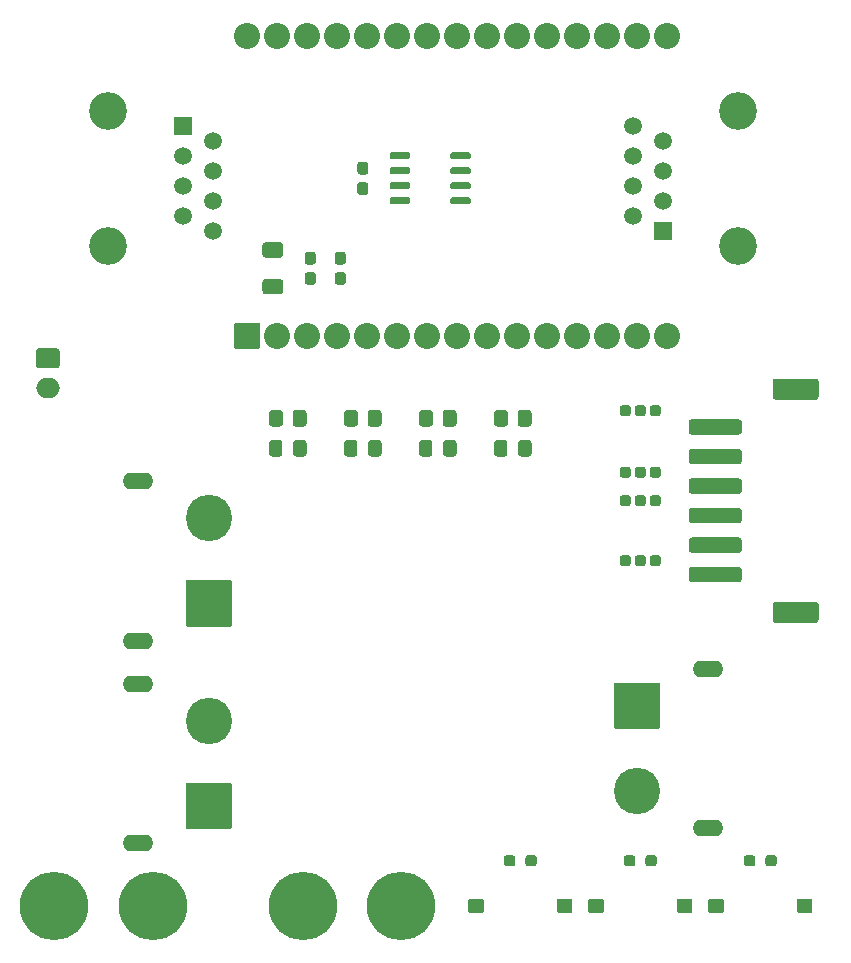
<source format=gts>
G04 #@! TF.GenerationSoftware,KiCad,Pcbnew,(5.1.9)-1*
G04 #@! TF.CreationDate,2024-04-03T19:01:00-04:00*
G04 #@! TF.ProjectId,Shield Drive Moteur DC,53686965-6c64-4204-9472-697665204d6f,rev?*
G04 #@! TF.SameCoordinates,Original*
G04 #@! TF.FileFunction,Soldermask,Top*
G04 #@! TF.FilePolarity,Negative*
%FSLAX46Y46*%
G04 Gerber Fmt 4.6, Leading zero omitted, Abs format (unit mm)*
G04 Created by KiCad (PCBNEW (5.1.9)-1) date 2024-04-03 19:01:00*
%MOMM*%
%LPD*%
G01*
G04 APERTURE LIST*
%ADD10C,2.204000*%
%ADD11C,3.920000*%
%ADD12O,2.604000X1.404000*%
%ADD13O,2.000000X1.700000*%
%ADD14C,5.794000*%
%ADD15C,1.500000*%
%ADD16R,1.500000X1.500000*%
%ADD17C,3.200000*%
G04 APERTURE END LIST*
G36*
G01*
X173445000Y-86192000D02*
X171445000Y-86192000D01*
G75*
G02*
X171343000Y-86090000I0J102000D01*
G01*
X171343000Y-84090000D01*
G75*
G02*
X171445000Y-83988000I102000J0D01*
G01*
X173445000Y-83988000D01*
G75*
G02*
X173547000Y-84090000I0J-102000D01*
G01*
X173547000Y-86090000D01*
G75*
G02*
X173445000Y-86192000I-102000J0D01*
G01*
G37*
D10*
X174985000Y-85090000D03*
X177525000Y-85090000D03*
X180065000Y-85090000D03*
X182605000Y-85090000D03*
X185145000Y-85090000D03*
X187685000Y-85090000D03*
X190225000Y-85090000D03*
X192765000Y-85090000D03*
X195305000Y-85090000D03*
X197845000Y-85090000D03*
X200385000Y-85090000D03*
X202925000Y-85090000D03*
X205465000Y-85090000D03*
X208005000Y-85090000D03*
X172445000Y-59690000D03*
X174985000Y-59690000D03*
X177525000Y-59690000D03*
X180065000Y-59690000D03*
X182605000Y-59690000D03*
X185145000Y-59690000D03*
X187685000Y-59690000D03*
X190225000Y-59690000D03*
X192765000Y-59690000D03*
X195305000Y-59690000D03*
X197845000Y-59690000D03*
X200385000Y-59690000D03*
X202925000Y-59690000D03*
X205465000Y-59690000D03*
X208005000Y-59690000D03*
G36*
G01*
X220302000Y-132850000D02*
X220302000Y-133850000D01*
G75*
G02*
X220200000Y-133952000I-102000J0D01*
G01*
X219100000Y-133952000D01*
G75*
G02*
X218998000Y-133850000I0J102000D01*
G01*
X218998000Y-132850000D01*
G75*
G02*
X219100000Y-132748000I102000J0D01*
G01*
X220200000Y-132748000D01*
G75*
G02*
X220302000Y-132850000I0J-102000D01*
G01*
G37*
G36*
G01*
X212802000Y-132850000D02*
X212802000Y-133850000D01*
G75*
G02*
X212700000Y-133952000I-102000J0D01*
G01*
X211600000Y-133952000D01*
G75*
G02*
X211498000Y-133850000I0J102000D01*
G01*
X211498000Y-132850000D01*
G75*
G02*
X211600000Y-132748000I102000J0D01*
G01*
X212700000Y-132748000D01*
G75*
G02*
X212802000Y-132850000I0J-102000D01*
G01*
G37*
G36*
G01*
X210142000Y-132850000D02*
X210142000Y-133850000D01*
G75*
G02*
X210040000Y-133952000I-102000J0D01*
G01*
X208940000Y-133952000D01*
G75*
G02*
X208838000Y-133850000I0J102000D01*
G01*
X208838000Y-132850000D01*
G75*
G02*
X208940000Y-132748000I102000J0D01*
G01*
X210040000Y-132748000D01*
G75*
G02*
X210142000Y-132850000I0J-102000D01*
G01*
G37*
G36*
G01*
X202642000Y-132850000D02*
X202642000Y-133850000D01*
G75*
G02*
X202540000Y-133952000I-102000J0D01*
G01*
X201440000Y-133952000D01*
G75*
G02*
X201338000Y-133850000I0J102000D01*
G01*
X201338000Y-132850000D01*
G75*
G02*
X201440000Y-132748000I102000J0D01*
G01*
X202540000Y-132748000D01*
G75*
G02*
X202642000Y-132850000I0J-102000D01*
G01*
G37*
G36*
G01*
X199982000Y-132850000D02*
X199982000Y-133850000D01*
G75*
G02*
X199880000Y-133952000I-102000J0D01*
G01*
X198780000Y-133952000D01*
G75*
G02*
X198678000Y-133850000I0J102000D01*
G01*
X198678000Y-132850000D01*
G75*
G02*
X198780000Y-132748000I102000J0D01*
G01*
X199880000Y-132748000D01*
G75*
G02*
X199982000Y-132850000I0J-102000D01*
G01*
G37*
G36*
G01*
X192482000Y-132850000D02*
X192482000Y-133850000D01*
G75*
G02*
X192380000Y-133952000I-102000J0D01*
G01*
X191280000Y-133952000D01*
G75*
G02*
X191178000Y-133850000I0J102000D01*
G01*
X191178000Y-132850000D01*
G75*
G02*
X191280000Y-132748000I102000J0D01*
G01*
X192380000Y-132748000D01*
G75*
G02*
X192482000Y-132850000I0J-102000D01*
G01*
G37*
G36*
G01*
X204000100Y-91674950D02*
X204000100Y-91205050D01*
G75*
G02*
X204235050Y-90970100I234950J0D01*
G01*
X204704950Y-90970100D01*
G75*
G02*
X204939900Y-91205050I0J-234950D01*
G01*
X204939900Y-91674950D01*
G75*
G02*
X204704950Y-91909900I-234950J0D01*
G01*
X204235050Y-91909900D01*
G75*
G02*
X204000100Y-91674950I0J234950D01*
G01*
G37*
G36*
G01*
X206540100Y-91674950D02*
X206540100Y-91205050D01*
G75*
G02*
X206775050Y-90970100I234950J0D01*
G01*
X207244950Y-90970100D01*
G75*
G02*
X207479900Y-91205050I0J-234950D01*
G01*
X207479900Y-91674950D01*
G75*
G02*
X207244950Y-91909900I-234950J0D01*
G01*
X206775050Y-91909900D01*
G75*
G02*
X206540100Y-91674950I0J234950D01*
G01*
G37*
G36*
G01*
X205270100Y-91674950D02*
X205270100Y-91205050D01*
G75*
G02*
X205505050Y-90970100I234950J0D01*
G01*
X205974950Y-90970100D01*
G75*
G02*
X206209900Y-91205050I0J-234950D01*
G01*
X206209900Y-91674950D01*
G75*
G02*
X205974950Y-91909900I-234950J0D01*
G01*
X205505050Y-91909900D01*
G75*
G02*
X205270100Y-91674950I0J234950D01*
G01*
G37*
G36*
G01*
X204000100Y-96881950D02*
X204000100Y-96412050D01*
G75*
G02*
X204235050Y-96177100I234950J0D01*
G01*
X204704950Y-96177100D01*
G75*
G02*
X204939900Y-96412050I0J-234950D01*
G01*
X204939900Y-96881950D01*
G75*
G02*
X204704950Y-97116900I-234950J0D01*
G01*
X204235050Y-97116900D01*
G75*
G02*
X204000100Y-96881950I0J234950D01*
G01*
G37*
G36*
G01*
X206540100Y-96881950D02*
X206540100Y-96412050D01*
G75*
G02*
X206775050Y-96177100I234950J0D01*
G01*
X207244950Y-96177100D01*
G75*
G02*
X207479900Y-96412050I0J-234950D01*
G01*
X207479900Y-96881950D01*
G75*
G02*
X207244950Y-97116900I-234950J0D01*
G01*
X206775050Y-97116900D01*
G75*
G02*
X206540100Y-96881950I0J234950D01*
G01*
G37*
G36*
G01*
X205270100Y-96881950D02*
X205270100Y-96412050D01*
G75*
G02*
X205505050Y-96177100I234950J0D01*
G01*
X205974950Y-96177100D01*
G75*
G02*
X206209900Y-96412050I0J-234950D01*
G01*
X206209900Y-96881950D01*
G75*
G02*
X205974950Y-97116900I-234950J0D01*
G01*
X205505050Y-97116900D01*
G75*
G02*
X205270100Y-96881950I0J234950D01*
G01*
G37*
G36*
G01*
X204000100Y-99294950D02*
X204000100Y-98825050D01*
G75*
G02*
X204235050Y-98590100I234950J0D01*
G01*
X204704950Y-98590100D01*
G75*
G02*
X204939900Y-98825050I0J-234950D01*
G01*
X204939900Y-99294950D01*
G75*
G02*
X204704950Y-99529900I-234950J0D01*
G01*
X204235050Y-99529900D01*
G75*
G02*
X204000100Y-99294950I0J234950D01*
G01*
G37*
G36*
G01*
X206540100Y-99294950D02*
X206540100Y-98825050D01*
G75*
G02*
X206775050Y-98590100I234950J0D01*
G01*
X207244950Y-98590100D01*
G75*
G02*
X207479900Y-98825050I0J-234950D01*
G01*
X207479900Y-99294950D01*
G75*
G02*
X207244950Y-99529900I-234950J0D01*
G01*
X206775050Y-99529900D01*
G75*
G02*
X206540100Y-99294950I0J234950D01*
G01*
G37*
G36*
G01*
X205270100Y-99294950D02*
X205270100Y-98825050D01*
G75*
G02*
X205505050Y-98590100I234950J0D01*
G01*
X205974950Y-98590100D01*
G75*
G02*
X206209900Y-98825050I0J-234950D01*
G01*
X206209900Y-99294950D01*
G75*
G02*
X205974950Y-99529900I-234950J0D01*
G01*
X205505050Y-99529900D01*
G75*
G02*
X205270100Y-99294950I0J234950D01*
G01*
G37*
G36*
G01*
X204000100Y-104374950D02*
X204000100Y-103905050D01*
G75*
G02*
X204235050Y-103670100I234950J0D01*
G01*
X204704950Y-103670100D01*
G75*
G02*
X204939900Y-103905050I0J-234950D01*
G01*
X204939900Y-104374950D01*
G75*
G02*
X204704950Y-104609900I-234950J0D01*
G01*
X204235050Y-104609900D01*
G75*
G02*
X204000100Y-104374950I0J234950D01*
G01*
G37*
G36*
G01*
X206540100Y-104374950D02*
X206540100Y-103905050D01*
G75*
G02*
X206775050Y-103670100I234950J0D01*
G01*
X207244950Y-103670100D01*
G75*
G02*
X207479900Y-103905050I0J-234950D01*
G01*
X207479900Y-104374950D01*
G75*
G02*
X207244950Y-104609900I-234950J0D01*
G01*
X206775050Y-104609900D01*
G75*
G02*
X206540100Y-104374950I0J234950D01*
G01*
G37*
G36*
G01*
X205270100Y-104374950D02*
X205270100Y-103905050D01*
G75*
G02*
X205505050Y-103670100I234950J0D01*
G01*
X205974950Y-103670100D01*
G75*
G02*
X206209900Y-103905050I0J-234950D01*
G01*
X206209900Y-104374950D01*
G75*
G02*
X205974950Y-104609900I-234950J0D01*
G01*
X205505050Y-104609900D01*
G75*
G02*
X205270100Y-104374950I0J234950D01*
G01*
G37*
D11*
X205455000Y-123615000D03*
G36*
G01*
X207313000Y-118375000D02*
X203597000Y-118375000D01*
G75*
G02*
X203495000Y-118273000I0J102000D01*
G01*
X203495000Y-114557000D01*
G75*
G02*
X203597000Y-114455000I102000J0D01*
G01*
X207313000Y-114455000D01*
G75*
G02*
X207415000Y-114557000I0J-102000D01*
G01*
X207415000Y-118273000D01*
G75*
G02*
X207313000Y-118375000I-102000J0D01*
G01*
G37*
D12*
X211455000Y-126765000D03*
X211455000Y-113265000D03*
D11*
X169195000Y-117685000D03*
G36*
G01*
X167337000Y-122925000D02*
X171053000Y-122925000D01*
G75*
G02*
X171155000Y-123027000I0J-102000D01*
G01*
X171155000Y-126743000D01*
G75*
G02*
X171053000Y-126845000I-102000J0D01*
G01*
X167337000Y-126845000D01*
G75*
G02*
X167235000Y-126743000I0J102000D01*
G01*
X167235000Y-123027000D01*
G75*
G02*
X167337000Y-122925000I102000J0D01*
G01*
G37*
D12*
X163195000Y-114535000D03*
X163195000Y-128035000D03*
D11*
X169195000Y-100540000D03*
G36*
G01*
X167337000Y-105780000D02*
X171053000Y-105780000D01*
G75*
G02*
X171155000Y-105882000I0J-102000D01*
G01*
X171155000Y-109598000D01*
G75*
G02*
X171053000Y-109700000I-102000J0D01*
G01*
X167337000Y-109700000D01*
G75*
G02*
X167235000Y-109598000I0J102000D01*
G01*
X167235000Y-105882000D01*
G75*
G02*
X167337000Y-105780000I102000J0D01*
G01*
G37*
D12*
X163195000Y-97390000D03*
X163195000Y-110890000D03*
D13*
X155575000Y-89495000D03*
G36*
G01*
X154825000Y-86145000D02*
X156325000Y-86145000D01*
G75*
G02*
X156575000Y-86395000I0J-250000D01*
G01*
X156575000Y-87595000D01*
G75*
G02*
X156325000Y-87845000I-250000J0D01*
G01*
X154825000Y-87845000D01*
G75*
G02*
X154575000Y-87595000I0J250000D01*
G01*
X154575000Y-86395000D01*
G75*
G02*
X154825000Y-86145000I250000J0D01*
G01*
G37*
G36*
G01*
X214090400Y-93460000D02*
X210089600Y-93460000D01*
G75*
G02*
X209840000Y-93210400I0J249600D01*
G01*
X209840000Y-92409600D01*
G75*
G02*
X210089600Y-92160000I249600J0D01*
G01*
X214090400Y-92160000D01*
G75*
G02*
X214340000Y-92409600I0J-249600D01*
G01*
X214340000Y-93210400D01*
G75*
G02*
X214090400Y-93460000I-249600J0D01*
G01*
G37*
G36*
G01*
X220589800Y-90510000D02*
X217190200Y-90510000D01*
G75*
G02*
X216940000Y-90259800I0J250200D01*
G01*
X216940000Y-88960200D01*
G75*
G02*
X217190200Y-88710000I250200J0D01*
G01*
X220589800Y-88710000D01*
G75*
G02*
X220840000Y-88960200I0J-250200D01*
G01*
X220840000Y-90259800D01*
G75*
G02*
X220589800Y-90510000I-250200J0D01*
G01*
G37*
G36*
G01*
X220589800Y-109410000D02*
X217190200Y-109410000D01*
G75*
G02*
X216940000Y-109159800I0J250200D01*
G01*
X216940000Y-107860200D01*
G75*
G02*
X217190200Y-107610000I250200J0D01*
G01*
X220589800Y-107610000D01*
G75*
G02*
X220840000Y-107860200I0J-250200D01*
G01*
X220840000Y-109159800D01*
G75*
G02*
X220589800Y-109410000I-250200J0D01*
G01*
G37*
G36*
G01*
X214090400Y-95960000D02*
X210089600Y-95960000D01*
G75*
G02*
X209840000Y-95710400I0J249600D01*
G01*
X209840000Y-94909600D01*
G75*
G02*
X210089600Y-94660000I249600J0D01*
G01*
X214090400Y-94660000D01*
G75*
G02*
X214340000Y-94909600I0J-249600D01*
G01*
X214340000Y-95710400D01*
G75*
G02*
X214090400Y-95960000I-249600J0D01*
G01*
G37*
G36*
G01*
X214090400Y-98460000D02*
X210089600Y-98460000D01*
G75*
G02*
X209840000Y-98210400I0J249600D01*
G01*
X209840000Y-97409600D01*
G75*
G02*
X210089600Y-97160000I249600J0D01*
G01*
X214090400Y-97160000D01*
G75*
G02*
X214340000Y-97409600I0J-249600D01*
G01*
X214340000Y-98210400D01*
G75*
G02*
X214090400Y-98460000I-249600J0D01*
G01*
G37*
G36*
G01*
X214090400Y-100960000D02*
X210089600Y-100960000D01*
G75*
G02*
X209840000Y-100710400I0J249600D01*
G01*
X209840000Y-99909600D01*
G75*
G02*
X210089600Y-99660000I249600J0D01*
G01*
X214090400Y-99660000D01*
G75*
G02*
X214340000Y-99909600I0J-249600D01*
G01*
X214340000Y-100710400D01*
G75*
G02*
X214090400Y-100960000I-249600J0D01*
G01*
G37*
G36*
G01*
X214090400Y-103460000D02*
X210089600Y-103460000D01*
G75*
G02*
X209840000Y-103210400I0J249600D01*
G01*
X209840000Y-102409600D01*
G75*
G02*
X210089600Y-102160000I249600J0D01*
G01*
X214090400Y-102160000D01*
G75*
G02*
X214340000Y-102409600I0J-249600D01*
G01*
X214340000Y-103210400D01*
G75*
G02*
X214090400Y-103460000I-249600J0D01*
G01*
G37*
G36*
G01*
X214090400Y-105960000D02*
X210089600Y-105960000D01*
G75*
G02*
X209840000Y-105710400I0J249600D01*
G01*
X209840000Y-104909600D01*
G75*
G02*
X210089600Y-104660000I249600J0D01*
G01*
X214090400Y-104660000D01*
G75*
G02*
X214340000Y-104909600I0J-249600D01*
G01*
X214340000Y-105710400D01*
G75*
G02*
X214090400Y-105960000I-249600J0D01*
G01*
G37*
G36*
G01*
X215475000Y-129302500D02*
X215475000Y-129777500D01*
G75*
G02*
X215237500Y-130015000I-237500J0D01*
G01*
X214737500Y-130015000D01*
G75*
G02*
X214500000Y-129777500I0J237500D01*
G01*
X214500000Y-129302500D01*
G75*
G02*
X214737500Y-129065000I237500J0D01*
G01*
X215237500Y-129065000D01*
G75*
G02*
X215475000Y-129302500I0J-237500D01*
G01*
G37*
G36*
G01*
X217300000Y-129302500D02*
X217300000Y-129777500D01*
G75*
G02*
X217062500Y-130015000I-237500J0D01*
G01*
X216562500Y-130015000D01*
G75*
G02*
X216325000Y-129777500I0J237500D01*
G01*
X216325000Y-129302500D01*
G75*
G02*
X216562500Y-129065000I237500J0D01*
G01*
X217062500Y-129065000D01*
G75*
G02*
X217300000Y-129302500I0J-237500D01*
G01*
G37*
G36*
G01*
X183845000Y-94164999D02*
X183845000Y-95065001D01*
G75*
G02*
X183595001Y-95315000I-249999J0D01*
G01*
X182944999Y-95315000D01*
G75*
G02*
X182695000Y-95065001I0J249999D01*
G01*
X182695000Y-94164999D01*
G75*
G02*
X182944999Y-93915000I249999J0D01*
G01*
X183595001Y-93915000D01*
G75*
G02*
X183845000Y-94164999I0J-249999D01*
G01*
G37*
G36*
G01*
X181795000Y-94164999D02*
X181795000Y-95065001D01*
G75*
G02*
X181545001Y-95315000I-249999J0D01*
G01*
X180894999Y-95315000D01*
G75*
G02*
X180645000Y-95065001I0J249999D01*
G01*
X180645000Y-94164999D01*
G75*
G02*
X180894999Y-93915000I249999J0D01*
G01*
X181545001Y-93915000D01*
G75*
G02*
X181795000Y-94164999I0J-249999D01*
G01*
G37*
G36*
G01*
X190195000Y-94164999D02*
X190195000Y-95065001D01*
G75*
G02*
X189945001Y-95315000I-249999J0D01*
G01*
X189294999Y-95315000D01*
G75*
G02*
X189045000Y-95065001I0J249999D01*
G01*
X189045000Y-94164999D01*
G75*
G02*
X189294999Y-93915000I249999J0D01*
G01*
X189945001Y-93915000D01*
G75*
G02*
X190195000Y-94164999I0J-249999D01*
G01*
G37*
G36*
G01*
X188145000Y-94164999D02*
X188145000Y-95065001D01*
G75*
G02*
X187895001Y-95315000I-249999J0D01*
G01*
X187244999Y-95315000D01*
G75*
G02*
X186995000Y-95065001I0J249999D01*
G01*
X186995000Y-94164999D01*
G75*
G02*
X187244999Y-93915000I249999J0D01*
G01*
X187895001Y-93915000D01*
G75*
G02*
X188145000Y-94164999I0J-249999D01*
G01*
G37*
G36*
G01*
X196545000Y-94164999D02*
X196545000Y-95065001D01*
G75*
G02*
X196295001Y-95315000I-249999J0D01*
G01*
X195644999Y-95315000D01*
G75*
G02*
X195395000Y-95065001I0J249999D01*
G01*
X195395000Y-94164999D01*
G75*
G02*
X195644999Y-93915000I249999J0D01*
G01*
X196295001Y-93915000D01*
G75*
G02*
X196545000Y-94164999I0J-249999D01*
G01*
G37*
G36*
G01*
X194495000Y-94164999D02*
X194495000Y-95065001D01*
G75*
G02*
X194245001Y-95315000I-249999J0D01*
G01*
X193594999Y-95315000D01*
G75*
G02*
X193345000Y-95065001I0J249999D01*
G01*
X193345000Y-94164999D01*
G75*
G02*
X193594999Y-93915000I249999J0D01*
G01*
X194245001Y-93915000D01*
G75*
G02*
X194495000Y-94164999I0J-249999D01*
G01*
G37*
G36*
G01*
X175445000Y-94164999D02*
X175445000Y-95065001D01*
G75*
G02*
X175195001Y-95315000I-249999J0D01*
G01*
X174544999Y-95315000D01*
G75*
G02*
X174295000Y-95065001I0J249999D01*
G01*
X174295000Y-94164999D01*
G75*
G02*
X174544999Y-93915000I249999J0D01*
G01*
X175195001Y-93915000D01*
G75*
G02*
X175445000Y-94164999I0J-249999D01*
G01*
G37*
G36*
G01*
X177495000Y-94164999D02*
X177495000Y-95065001D01*
G75*
G02*
X177245001Y-95315000I-249999J0D01*
G01*
X176594999Y-95315000D01*
G75*
G02*
X176345000Y-95065001I0J249999D01*
G01*
X176345000Y-94164999D01*
G75*
G02*
X176594999Y-93915000I249999J0D01*
G01*
X177245001Y-93915000D01*
G75*
G02*
X177495000Y-94164999I0J-249999D01*
G01*
G37*
G36*
G01*
X189660000Y-70000000D02*
X189660000Y-69700000D01*
G75*
G02*
X189810000Y-69550000I150000J0D01*
G01*
X191260000Y-69550000D01*
G75*
G02*
X191410000Y-69700000I0J-150000D01*
G01*
X191410000Y-70000000D01*
G75*
G02*
X191260000Y-70150000I-150000J0D01*
G01*
X189810000Y-70150000D01*
G75*
G02*
X189660000Y-70000000I0J150000D01*
G01*
G37*
G36*
G01*
X189660000Y-71270000D02*
X189660000Y-70970000D01*
G75*
G02*
X189810000Y-70820000I150000J0D01*
G01*
X191260000Y-70820000D01*
G75*
G02*
X191410000Y-70970000I0J-150000D01*
G01*
X191410000Y-71270000D01*
G75*
G02*
X191260000Y-71420000I-150000J0D01*
G01*
X189810000Y-71420000D01*
G75*
G02*
X189660000Y-71270000I0J150000D01*
G01*
G37*
G36*
G01*
X189660000Y-72540000D02*
X189660000Y-72240000D01*
G75*
G02*
X189810000Y-72090000I150000J0D01*
G01*
X191260000Y-72090000D01*
G75*
G02*
X191410000Y-72240000I0J-150000D01*
G01*
X191410000Y-72540000D01*
G75*
G02*
X191260000Y-72690000I-150000J0D01*
G01*
X189810000Y-72690000D01*
G75*
G02*
X189660000Y-72540000I0J150000D01*
G01*
G37*
G36*
G01*
X189660000Y-73810000D02*
X189660000Y-73510000D01*
G75*
G02*
X189810000Y-73360000I150000J0D01*
G01*
X191260000Y-73360000D01*
G75*
G02*
X191410000Y-73510000I0J-150000D01*
G01*
X191410000Y-73810000D01*
G75*
G02*
X191260000Y-73960000I-150000J0D01*
G01*
X189810000Y-73960000D01*
G75*
G02*
X189660000Y-73810000I0J150000D01*
G01*
G37*
G36*
G01*
X184510000Y-73810000D02*
X184510000Y-73510000D01*
G75*
G02*
X184660000Y-73360000I150000J0D01*
G01*
X186110000Y-73360000D01*
G75*
G02*
X186260000Y-73510000I0J-150000D01*
G01*
X186260000Y-73810000D01*
G75*
G02*
X186110000Y-73960000I-150000J0D01*
G01*
X184660000Y-73960000D01*
G75*
G02*
X184510000Y-73810000I0J150000D01*
G01*
G37*
G36*
G01*
X184510000Y-72540000D02*
X184510000Y-72240000D01*
G75*
G02*
X184660000Y-72090000I150000J0D01*
G01*
X186110000Y-72090000D01*
G75*
G02*
X186260000Y-72240000I0J-150000D01*
G01*
X186260000Y-72540000D01*
G75*
G02*
X186110000Y-72690000I-150000J0D01*
G01*
X184660000Y-72690000D01*
G75*
G02*
X184510000Y-72540000I0J150000D01*
G01*
G37*
G36*
G01*
X184510000Y-71270000D02*
X184510000Y-70970000D01*
G75*
G02*
X184660000Y-70820000I150000J0D01*
G01*
X186110000Y-70820000D01*
G75*
G02*
X186260000Y-70970000I0J-150000D01*
G01*
X186260000Y-71270000D01*
G75*
G02*
X186110000Y-71420000I-150000J0D01*
G01*
X184660000Y-71420000D01*
G75*
G02*
X184510000Y-71270000I0J150000D01*
G01*
G37*
G36*
G01*
X184510000Y-70000000D02*
X184510000Y-69700000D01*
G75*
G02*
X184660000Y-69550000I150000J0D01*
G01*
X186110000Y-69550000D01*
G75*
G02*
X186260000Y-69700000I0J-150000D01*
G01*
X186260000Y-70000000D01*
G75*
G02*
X186110000Y-70150000I-150000J0D01*
G01*
X184660000Y-70150000D01*
G75*
G02*
X184510000Y-70000000I0J150000D01*
G01*
G37*
D14*
X185500000Y-133350000D03*
X177170000Y-133350000D03*
X164470000Y-133350000D03*
X156140000Y-133350000D03*
D15*
X205105000Y-67310000D03*
X207645000Y-68580000D03*
X205105000Y-69850000D03*
X207645000Y-71120000D03*
X205105000Y-72390000D03*
X207645000Y-73660000D03*
X205105000Y-74930000D03*
D16*
X207645000Y-76200000D03*
D17*
X213995000Y-77470000D03*
X213995000Y-66040000D03*
G36*
G01*
X173999999Y-80275000D02*
X175250001Y-80275000D01*
G75*
G02*
X175500000Y-80524999I0J-249999D01*
G01*
X175500000Y-81325001D01*
G75*
G02*
X175250001Y-81575000I-249999J0D01*
G01*
X173999999Y-81575000D01*
G75*
G02*
X173750000Y-81325001I0J249999D01*
G01*
X173750000Y-80524999D01*
G75*
G02*
X173999999Y-80275000I249999J0D01*
G01*
G37*
G36*
G01*
X173999999Y-77175000D02*
X175250001Y-77175000D01*
G75*
G02*
X175500000Y-77424999I0J-249999D01*
G01*
X175500000Y-78225001D01*
G75*
G02*
X175250001Y-78475000I-249999J0D01*
G01*
X173999999Y-78475000D01*
G75*
G02*
X173750000Y-78225001I0J249999D01*
G01*
X173750000Y-77424999D01*
G75*
G02*
X173999999Y-77175000I249999J0D01*
G01*
G37*
G36*
G01*
X205315000Y-129302500D02*
X205315000Y-129777500D01*
G75*
G02*
X205077500Y-130015000I-237500J0D01*
G01*
X204577500Y-130015000D01*
G75*
G02*
X204340000Y-129777500I0J237500D01*
G01*
X204340000Y-129302500D01*
G75*
G02*
X204577500Y-129065000I237500J0D01*
G01*
X205077500Y-129065000D01*
G75*
G02*
X205315000Y-129302500I0J-237500D01*
G01*
G37*
G36*
G01*
X207140000Y-129302500D02*
X207140000Y-129777500D01*
G75*
G02*
X206902500Y-130015000I-237500J0D01*
G01*
X206402500Y-130015000D01*
G75*
G02*
X206165000Y-129777500I0J237500D01*
G01*
X206165000Y-129302500D01*
G75*
G02*
X206402500Y-129065000I237500J0D01*
G01*
X206902500Y-129065000D01*
G75*
G02*
X207140000Y-129302500I0J-237500D01*
G01*
G37*
G36*
G01*
X182645000Y-92525001D02*
X182645000Y-91624999D01*
G75*
G02*
X182894999Y-91375000I249999J0D01*
G01*
X183595001Y-91375000D01*
G75*
G02*
X183845000Y-91624999I0J-249999D01*
G01*
X183845000Y-92525001D01*
G75*
G02*
X183595001Y-92775000I-249999J0D01*
G01*
X182894999Y-92775000D01*
G75*
G02*
X182645000Y-92525001I0J249999D01*
G01*
G37*
G36*
G01*
X180645000Y-92525001D02*
X180645000Y-91624999D01*
G75*
G02*
X180894999Y-91375000I249999J0D01*
G01*
X181595001Y-91375000D01*
G75*
G02*
X181845000Y-91624999I0J-249999D01*
G01*
X181845000Y-92525001D01*
G75*
G02*
X181595001Y-92775000I-249999J0D01*
G01*
X180894999Y-92775000D01*
G75*
G02*
X180645000Y-92525001I0J249999D01*
G01*
G37*
G36*
G01*
X195155000Y-129302500D02*
X195155000Y-129777500D01*
G75*
G02*
X194917500Y-130015000I-237500J0D01*
G01*
X194417500Y-130015000D01*
G75*
G02*
X194180000Y-129777500I0J237500D01*
G01*
X194180000Y-129302500D01*
G75*
G02*
X194417500Y-129065000I237500J0D01*
G01*
X194917500Y-129065000D01*
G75*
G02*
X195155000Y-129302500I0J-237500D01*
G01*
G37*
G36*
G01*
X196980000Y-129302500D02*
X196980000Y-129777500D01*
G75*
G02*
X196742500Y-130015000I-237500J0D01*
G01*
X196242500Y-130015000D01*
G75*
G02*
X196005000Y-129777500I0J237500D01*
G01*
X196005000Y-129302500D01*
G75*
G02*
X196242500Y-129065000I237500J0D01*
G01*
X196742500Y-129065000D01*
G75*
G02*
X196980000Y-129302500I0J-237500D01*
G01*
G37*
G36*
G01*
X188995000Y-92525001D02*
X188995000Y-91624999D01*
G75*
G02*
X189244999Y-91375000I249999J0D01*
G01*
X189945001Y-91375000D01*
G75*
G02*
X190195000Y-91624999I0J-249999D01*
G01*
X190195000Y-92525001D01*
G75*
G02*
X189945001Y-92775000I-249999J0D01*
G01*
X189244999Y-92775000D01*
G75*
G02*
X188995000Y-92525001I0J249999D01*
G01*
G37*
G36*
G01*
X186995000Y-92525001D02*
X186995000Y-91624999D01*
G75*
G02*
X187244999Y-91375000I249999J0D01*
G01*
X187945001Y-91375000D01*
G75*
G02*
X188195000Y-91624999I0J-249999D01*
G01*
X188195000Y-92525001D01*
G75*
G02*
X187945001Y-92775000I-249999J0D01*
G01*
X187244999Y-92775000D01*
G75*
G02*
X186995000Y-92525001I0J249999D01*
G01*
G37*
G36*
G01*
X195345000Y-92525001D02*
X195345000Y-91624999D01*
G75*
G02*
X195594999Y-91375000I249999J0D01*
G01*
X196295001Y-91375000D01*
G75*
G02*
X196545000Y-91624999I0J-249999D01*
G01*
X196545000Y-92525001D01*
G75*
G02*
X196295001Y-92775000I-249999J0D01*
G01*
X195594999Y-92775000D01*
G75*
G02*
X195345000Y-92525001I0J249999D01*
G01*
G37*
G36*
G01*
X193345000Y-92525001D02*
X193345000Y-91624999D01*
G75*
G02*
X193594999Y-91375000I249999J0D01*
G01*
X194295001Y-91375000D01*
G75*
G02*
X194545000Y-91624999I0J-249999D01*
G01*
X194545000Y-92525001D01*
G75*
G02*
X194295001Y-92775000I-249999J0D01*
G01*
X193594999Y-92775000D01*
G75*
G02*
X193345000Y-92525001I0J249999D01*
G01*
G37*
G36*
G01*
X176295000Y-92525001D02*
X176295000Y-91624999D01*
G75*
G02*
X176544999Y-91375000I249999J0D01*
G01*
X177245001Y-91375000D01*
G75*
G02*
X177495000Y-91624999I0J-249999D01*
G01*
X177495000Y-92525001D01*
G75*
G02*
X177245001Y-92775000I-249999J0D01*
G01*
X176544999Y-92775000D01*
G75*
G02*
X176295000Y-92525001I0J249999D01*
G01*
G37*
G36*
G01*
X174295000Y-92525001D02*
X174295000Y-91624999D01*
G75*
G02*
X174544999Y-91375000I249999J0D01*
G01*
X175245001Y-91375000D01*
G75*
G02*
X175495000Y-91624999I0J-249999D01*
G01*
X175495000Y-92525001D01*
G75*
G02*
X175245001Y-92775000I-249999J0D01*
G01*
X174544999Y-92775000D01*
G75*
G02*
X174295000Y-92525001I0J249999D01*
G01*
G37*
D15*
X169545000Y-76200000D03*
X167005000Y-74930000D03*
X169545000Y-73660000D03*
X167005000Y-72390000D03*
X169545000Y-71120000D03*
X167005000Y-69850000D03*
X169545000Y-68580000D03*
D16*
X167005000Y-67310000D03*
D17*
X160655000Y-66040000D03*
X160655000Y-77470000D03*
G36*
G01*
X182007500Y-72080000D02*
X182482500Y-72080000D01*
G75*
G02*
X182720000Y-72317500I0J-237500D01*
G01*
X182720000Y-72917500D01*
G75*
G02*
X182482500Y-73155000I-237500J0D01*
G01*
X182007500Y-73155000D01*
G75*
G02*
X181770000Y-72917500I0J237500D01*
G01*
X181770000Y-72317500D01*
G75*
G02*
X182007500Y-72080000I237500J0D01*
G01*
G37*
G36*
G01*
X182007500Y-70355000D02*
X182482500Y-70355000D01*
G75*
G02*
X182720000Y-70592500I0J-237500D01*
G01*
X182720000Y-71192500D01*
G75*
G02*
X182482500Y-71430000I-237500J0D01*
G01*
X182007500Y-71430000D01*
G75*
G02*
X181770000Y-71192500I0J237500D01*
G01*
X181770000Y-70592500D01*
G75*
G02*
X182007500Y-70355000I237500J0D01*
G01*
G37*
G36*
G01*
X180577500Y-79050000D02*
X180102500Y-79050000D01*
G75*
G02*
X179865000Y-78812500I0J237500D01*
G01*
X179865000Y-78212500D01*
G75*
G02*
X180102500Y-77975000I237500J0D01*
G01*
X180577500Y-77975000D01*
G75*
G02*
X180815000Y-78212500I0J-237500D01*
G01*
X180815000Y-78812500D01*
G75*
G02*
X180577500Y-79050000I-237500J0D01*
G01*
G37*
G36*
G01*
X180577500Y-80775000D02*
X180102500Y-80775000D01*
G75*
G02*
X179865000Y-80537500I0J237500D01*
G01*
X179865000Y-79937500D01*
G75*
G02*
X180102500Y-79700000I237500J0D01*
G01*
X180577500Y-79700000D01*
G75*
G02*
X180815000Y-79937500I0J-237500D01*
G01*
X180815000Y-80537500D01*
G75*
G02*
X180577500Y-80775000I-237500J0D01*
G01*
G37*
G36*
G01*
X178037500Y-79050000D02*
X177562500Y-79050000D01*
G75*
G02*
X177325000Y-78812500I0J237500D01*
G01*
X177325000Y-78212500D01*
G75*
G02*
X177562500Y-77975000I237500J0D01*
G01*
X178037500Y-77975000D01*
G75*
G02*
X178275000Y-78212500I0J-237500D01*
G01*
X178275000Y-78812500D01*
G75*
G02*
X178037500Y-79050000I-237500J0D01*
G01*
G37*
G36*
G01*
X178037500Y-80775000D02*
X177562500Y-80775000D01*
G75*
G02*
X177325000Y-80537500I0J237500D01*
G01*
X177325000Y-79937500D01*
G75*
G02*
X177562500Y-79700000I237500J0D01*
G01*
X178037500Y-79700000D01*
G75*
G02*
X178275000Y-79937500I0J-237500D01*
G01*
X178275000Y-80537500D01*
G75*
G02*
X178037500Y-80775000I-237500J0D01*
G01*
G37*
M02*

</source>
